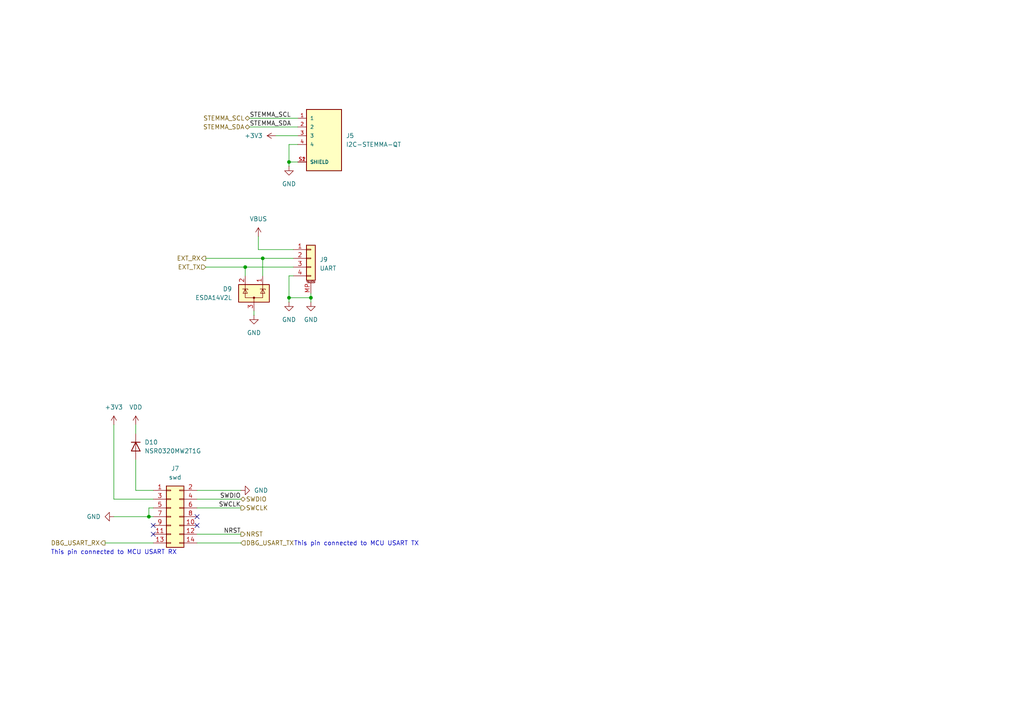
<source format=kicad_sch>
(kicad_sch (version 20250114) (generator "eeschema") (generator_version "9.0")
  (paper "A4")
  (lib_symbols
    (symbol "Connector_Generic:Conn_02x07_Odd_Even" (pin_names (offset 1.016) (hide yes))
      (property "Reference" "J" (at 1.27 10.16 0))
      (property "Value" "Conn_02x07_Odd_Even" (at 1.27 -10.16 0))
      (symbol "Conn_02x07_Odd_Even_1_1"
        (rectangle (start -1.27 8.89) (end 3.81 -8.89) (stroke (width 0.254)) (fill (type background)))
        (rectangle (start -1.27 7.747) (end 0 7.493) (stroke (width 0.1524)))
        (rectangle (start -1.27 5.207) (end 0 4.953) (stroke (width 0.1524)))
        (rectangle (start -1.27 2.667) (end 0 2.413) (stroke (width 0.1524)))
        (rectangle (start -1.27 0.127) (end 0 -0.127) (stroke (width 0.1524)))
        (rectangle (start -1.27 -2.413) (end 0 -2.667) (stroke (width 0.1524)))
        (rectangle (start -1.27 -4.953) (end 0 -5.207) (stroke (width 0.1524)))
        (rectangle (start -1.27 -7.493) (end 0 -7.747) (stroke (width 0.1524)))
        (rectangle (start 3.81 7.747) (end 2.54 7.493) (stroke (width 0.1524)))
        (rectangle (start 3.81 5.207) (end 2.54 4.953) (stroke (width 0.1524)))
        (rectangle (start 3.81 2.667) (end 2.54 2.413) (stroke (width 0.1524)))
        (rectangle (start 3.81 0.127) (end 2.54 -0.127) (stroke (width 0.1524)))
        (rectangle (start 3.81 -2.413) (end 2.54 -2.667) (stroke (width 0.1524)))
        (rectangle (start 3.81 -4.953) (end 2.54 -5.207) (stroke (width 0.1524)))
        (rectangle (start 3.81 -7.493) (end 2.54 -7.747) (stroke (width 0.1524)))
        (pin passive line (at -5.08 7.62 0) (length 3.81) (name "Pin_1") (number "1"))
        (pin passive line (at -5.08 5.08 0) (length 3.81) (name "Pin_3") (number "3"))
        (pin passive line (at -5.08 2.54 0) (length 3.81) (name "Pin_5") (number "5"))
        (pin passive line (at -5.08 0 0) (length 3.81) (name "Pin_7") (number "7"))
        (pin passive line (at -5.08 -2.54 0) (length 3.81) (name "Pin_9") (number "9"))
        (pin passive line (at -5.08 -5.08 0) (length 3.81) (name "Pin_11") (number "11"))
        (pin passive line (at -5.08 -7.62 0) (length 3.81) (name "Pin_13") (number "13"))
        (pin passive line (at 7.62 7.62 180) (length 3.81) (name "Pin_2") (number "2"))
        (pin passive line (at 7.62 5.08 180) (length 3.81) (name "Pin_4") (number "4"))
        (pin passive line (at 7.62 2.54 180) (length 3.81) (name "Pin_6") (number "6"))
        (pin passive line (at 7.62 0 180) (length 3.81) (name "Pin_8") (number "8"))
        (pin passive line (at 7.62 -2.54 180) (length 3.81) (name "Pin_10") (number "10"))
        (pin passive line (at 7.62 -5.08 180) (length 3.81) (name "Pin_12") (number "12"))
        (pin passive line (at 7.62 -7.62 180) (length 3.81) (name "Pin_14") (number "14"))
      )
    )
    (symbol "Connector_Generic_MountingPin:Conn_01x04_MountingPin" (pin_names (offset 1.016) (hide yes))
      (property "Reference" "J" (at 0 5.08 0))
      (property "Value" "Conn_01x04_MountingPin" (at 1.27 -7.62 0))
      (symbol "Conn_01x04_MountingPin_1_1"
        (rectangle (start -1.27 3.81) (end 1.27 -6.35) (stroke (width 0.254)) (fill (type background)))
        (rectangle (start -1.27 2.667) (end 0 2.413) (stroke (width 0.1524)))
        (rectangle (start -1.27 0.127) (end 0 -0.127) (stroke (width 0.1524)))
        (rectangle (start -1.27 -2.413) (end 0 -2.667) (stroke (width 0.1524)))
        (rectangle (start -1.27 -4.953) (end 0 -5.207) (stroke (width 0.1524)))
        (polyline (pts (xy -1.016 -7.112) (xy 1.016 -7.112)) (stroke (width 0.1524)))
        (text "Mounting" (at 0 -6.731 0) (effects (font (size 0.381 0.381))))
        (pin passive line (at -5.08 2.54 0) (length 3.81) (name "Pin_1") (number "1"))
        (pin passive line (at -5.08 0 0) (length 3.81) (name "Pin_2") (number "2"))
        (pin passive line (at -5.08 -2.54 0) (length 3.81) (name "Pin_3") (number "3"))
        (pin passive line (at -5.08 -5.08 0) (length 3.81) (name "Pin_4") (number "4"))
        (pin passive line (at 0 -10.16 90) (length 3.048) (name "MountPin") (number "MP"))
      )
    )
    (symbol "Device:D" (pin_numbers (hide yes)) (pin_names (offset 1.016) (hide yes))
      (property "Reference" "D" (at 0 2.54 0))
      (property "Value" "D" (at 0 -2.54 0))
      (symbol "D_0_1"
        (polyline (pts (xy -1.27 1.27) (xy -1.27 -1.27)) (stroke (width 0.254)))
        (polyline (pts (xy 1.27 1.27) (xy 1.27 -1.27) (xy -1.27 0) (xy 1.27 1.27)) (stroke (width 0.254)))
        (polyline (pts (xy 1.27 0) (xy -1.27 0)))
      )
      (symbol "D_1_1"
        (pin passive line (at -3.81 0 0) (length 2.54) (name "K") (number "1"))
        (pin passive line (at 3.81 0 180) (length 2.54) (name "A") (number "2"))
      )
    )
    (symbol "GND_1" (power) (pin_numbers (hide yes)) (pin_names (offset 0) (hide yes))
      (property "Value" "GND" (at 0 -3.81 0))
      (symbol "GND_1_0_1"
        (polyline (pts (xy 0 0) (xy 0 -1.27) (xy 1.27 -1.27) (xy 0 -2.54) (xy -1.27 -1.27) (xy 0 -1.27)))
      )
      (symbol "GND_1_1_1"
        (pin power_in line (at 0 0 270) (length 0) (name "~") (number "1"))
      )
    )
    (symbol "GND_2" (power) (pin_numbers (hide yes)) (pin_names (offset 0) (hide yes))
      (property "Value" "GND" (at 0 -3.81 0))
      (symbol "GND_2_0_1"
        (polyline (pts (xy 0 0) (xy 0 -1.27) (xy 1.27 -1.27) (xy 0 -2.54) (xy -1.27 -1.27) (xy 0 -1.27)))
      )
      (symbol "GND_2_1_1"
        (pin power_in line (at 0 0 270) (length 0) (name "~") (number "1"))
      )
    )
    (symbol "GND_3" (power) (pin_numbers (hide yes)) (pin_names (offset 0) (hide yes))
      (property "Value" "GND" (at 0 -3.81 0))
      (symbol "GND_3_0_1"
        (polyline (pts (xy 0 0) (xy 0 -1.27) (xy 1.27 -1.27) (xy 0 -2.54) (xy -1.27 -1.27) (xy 0 -1.27)))
      )
      (symbol "GND_3_1_1"
        (pin power_in line (at 0 0 270) (length 0) (name "~") (number "1"))
      )
    )
    (symbol "Power_Protection:SP0502BAHT" (pin_names (hide yes))
      (property "Reference" "D" (at 5.715 2.54 0))
      (property "Value" "SP0502BAHT" (at 5.715 0.635 0))
      (symbol "SP0502BAHT_0_0"
        (pin passive line (at 0 -5.08 90) (length 2.54) (name "A") (number "3"))
      )
      (symbol "SP0502BAHT_0_1"
        (rectangle (start -4.445 2.54) (end 4.445 -2.54) (stroke (width 0.254)) (fill (type background)))
        (polyline (pts (xy -3.302 1.016) (xy -3.302 1.27) (xy -1.905 1.27) (xy -1.778 1.27)))
        (polyline (pts (xy -2.54 2.54) (xy -2.54 1.27)))
        (polyline (pts (xy -2.54 1.27) (xy -2.54 -1.27) (xy 2.54 -1.27) (xy 2.54 1.27)))
        (polyline (pts (xy -2.54 1.27) (xy -1.905 0) (xy -3.175 0) (xy -2.54 1.27)))
        (polyline (pts (xy 0 -1.27) (xy 0 -2.54)))
        (circle (center 0 -1.27) (radius 0.254) (fill (type outline)))
        (polyline (pts (xy 1.778 1.016) (xy 1.778 1.27) (xy 3.175 1.27) (xy 3.302 1.27)))
        (polyline (pts (xy 2.54 2.54) (xy 2.54 1.27)))
        (polyline (pts (xy 2.54 1.27) (xy 1.905 0) (xy 3.175 0) (xy 2.54 1.27)))
      )
      (symbol "SP0502BAHT_1_1"
        (pin passive line (at -2.54 5.08 270) (length 2.54) (name "K") (number "1"))
        (pin passive line (at 2.54 5.08 270) (length 2.54) (name "K") (number "2"))
      )
    )
    (symbol "SM04B-SRSS-TB_LF__SN_:SM04B-SRSS-TB_LF__SN_" (pin_names (offset 1.016))
      (property "Reference" "J" (at -5.0831 8.1433 0))
      (property "Value" "SM04B-SRSS-TB_LF__SN_" (at -5.0835 -11.9557 0))
      (symbol "SM04B-SRSS-TB_LF__SN__0_0"
        (rectangle (start -5.08 -10.16) (end 5.08 7.62) (stroke (width 0.254)) (fill (type background)))
        (pin passive line (at -7.62 5.08 0) (length 2.54) (name "1") (number "1"))
        (pin passive line (at -7.62 2.54 0) (length 2.54) (name "2") (number "2"))
        (pin passive line (at -7.62 0 0) (length 2.54) (name "3") (number "3"))
        (pin passive line (at -7.62 -2.54 0) (length 2.54) (name "4") (number "4"))
        (pin passive line (at -7.62 -7.62 0) (length 2.54) (name "SHIELD") (number "S1"))
        (pin passive line (at -7.62 -7.62 0) (length 2.54) (name "SHIELD") (number "S2"))
      )
    )
    (symbol "power:+3V3" (power) (pin_numbers (hide yes)) (pin_names (offset 0) (hide yes))
      (property "Value" "+3V3" (at 0 3.556 0))
      (symbol "+3V3_0_1"
        (polyline (pts (xy -0.762 1.27) (xy 0 2.54)))
        (polyline (pts (xy 0 2.54) (xy 0.762 1.27)))
        (polyline (pts (xy 0 0) (xy 0 2.54)))
      )
      (symbol "+3V3_1_1"
        (pin power_in line (at 0 0 90) (length 0) (name "~") (number "1"))
      )
    )
    (symbol "power:GND" (power) (pin_names (offset 0))
      (property "Value" "GND" (at 0 -3.81 0))
      (symbol "GND_0_1"
        (polyline (pts (xy 0 0) (xy 0 -1.27) (xy 1.27 -1.27) (xy 0 -2.54) (xy -1.27 -1.27) (xy 0 -1.27)))
      )
      (symbol "GND_1_1"
        (pin power_in line (at 0 0 270) (length 0) (hide yes) (name "GND") (number "1"))
      )
    )
    (symbol "power:VBUS" (power) (pin_numbers (hide yes)) (pin_names (offset 0) (hide yes))
      (property "Value" "VBUS" (at 0 3.556 0))
      (symbol "VBUS_0_1"
        (polyline (pts (xy -0.762 1.27) (xy 0 2.54)))
        (polyline (pts (xy 0 2.54) (xy 0.762 1.27)))
        (polyline (pts (xy 0 0) (xy 0 2.54)))
      )
      (symbol "VBUS_1_1"
        (pin power_in line (at 0 0 90) (length 0) (name "~") (number "1"))
      )
    )
    (symbol "power:VDD" (power) (pin_numbers (hide yes)) (pin_names (offset 0) (hide yes))
      (property "Value" "VDD" (at 0 3.556 0))
      (symbol "VDD_0_1"
        (polyline (pts (xy -0.762 1.27) (xy 0 2.54)))
        (polyline (pts (xy 0 2.54) (xy 0.762 1.27)))
        (polyline (pts (xy 0 0) (xy 0 2.54)))
      )
      (symbol "VDD_1_1"
        (pin power_in line (at 0 0 90) (length 0) (name "~") (number "1"))
      )
    )
  )
  (text "This pin connected to MCU USART RX" (at 33.02 160.274 0) (effects (font (size 1.27 1.27))))
  (text "This pin connected to MCU USART TX" (at 103.378 157.734 0) (effects (font (size 1.27 1.27))))
  (junction (at 43.18 149.86))
  (junction (at 71.12 77.47))
  (junction (at 83.82 46.99))
  (junction (at 83.82 86.36))
  (junction (at 90.17 86.36))
  (junction (at 76.2 74.93))
  (no_connect (at 57.15 152.4))
  (no_connect (at 57.15 149.86))
  (no_connect (at 44.45 152.4))
  (no_connect (at 44.45 154.94))
  (wire (pts (xy 59.69 74.93) (xy 76.2 74.93)))
  (wire (pts (xy 57.15 157.48) (xy 69.85 157.48)))
  (wire (pts (xy 39.37 142.24) (xy 44.45 142.24)))
  (wire (pts (xy 90.17 86.36) (xy 90.17 85.09)))
  (wire (pts (xy 74.93 68.58) (xy 74.93 72.39)))
  (wire (pts (xy 39.37 123.19) (xy 39.37 125.73)))
  (wire (pts (xy 83.82 41.91) (xy 83.82 46.99)))
  (wire (pts (xy 44.45 147.32) (xy 43.18 147.32)))
  (wire (pts (xy 72.39 36.83) (xy 86.36 36.83)))
  (wire (pts (xy 83.82 80.01) (xy 83.82 86.36)))
  (wire (pts (xy 83.82 86.36) (xy 90.17 86.36)))
  (wire (pts (xy 86.36 41.91) (xy 83.82 41.91)))
  (wire (pts (xy 71.12 77.47) (xy 71.12 80.01)))
  (wire (pts (xy 76.2 74.93) (xy 76.2 80.01)))
  (wire (pts (xy 33.02 123.19) (xy 33.02 144.78)))
  (wire (pts (xy 74.93 72.39) (xy 85.09 72.39)))
  (wire (pts (xy 90.17 87.63) (xy 90.17 86.36)))
  (wire (pts (xy 83.82 86.36) (xy 83.82 87.63)))
  (wire (pts (xy 57.15 144.78) (xy 69.85 144.78)))
  (wire (pts (xy 76.2 74.93) (xy 85.09 74.93)))
  (wire (pts (xy 85.09 80.01) (xy 83.82 80.01)))
  (wire (pts (xy 57.15 154.94) (xy 69.85 154.94)))
  (wire (pts (xy 33.02 149.86) (xy 43.18 149.86)))
  (wire (pts (xy 33.02 144.78) (xy 44.45 144.78)))
  (wire (pts (xy 71.12 77.47) (xy 85.09 77.47)))
  (wire (pts (xy 30.48 157.48) (xy 44.45 157.48)))
  (wire (pts (xy 39.37 133.35) (xy 39.37 142.24)))
  (wire (pts (xy 73.66 91.44) (xy 73.66 90.17)))
  (wire (pts (xy 72.39 34.29) (xy 86.36 34.29)))
  (wire (pts (xy 57.15 142.24) (xy 69.85 142.24)))
  (wire (pts (xy 59.69 77.47) (xy 71.12 77.47)))
  (wire (pts (xy 80.01 39.37) (xy 86.36 39.37)))
  (wire (pts (xy 83.82 46.99) (xy 83.82 48.26)))
  (wire (pts (xy 57.15 147.32) (xy 69.85 147.32)))
  (wire (pts (xy 83.82 46.99) (xy 86.36 46.99)))
  (wire (pts (xy 43.18 147.32) (xy 43.18 149.86)))
  (wire (pts (xy 43.18 149.86) (xy 44.45 149.86)))
  (label "SWCLK" (at 69.85 147.32 180))
  (label "STEMMA_SCL" (at 72.39 34.29 0))
  (label "SWDIO" (at 69.85 144.78 180))
  (label "NRST" (at 69.85 154.94 180))
  (label "STEMMA_SDA" (at 72.39 36.83 0))
  (hierarchical_label "EXT_TX" (shape input) (at 59.69 77.47 180))
  (hierarchical_label "STEMMA_SCL" (shape bidirectional) (at 72.39 34.29 180))
  (hierarchical_label "SWDIO" (shape bidirectional) (at 69.85 144.78 0))
  (hierarchical_label "DBG_USART_RX" (shape output) (at 30.48 157.48 180))
  (hierarchical_label "SWCLK" (shape output) (at 69.85 147.32 0))
  (hierarchical_label "DBG_USART_TX" (shape input) (at 69.85 157.48 0))
  (hierarchical_label "EXT_RX" (shape output) (at 59.69 74.93 180))
  (hierarchical_label "STEMMA_SDA" (shape bidirectional) (at 72.39 36.83 180))
  (hierarchical_label "NRST" (shape output) (at 69.85 154.94 0))
  (symbol (lib_name "GND_2") (lib_id "power:GND") (at 83.82 48.26 0) (unit 1)
    (property "Reference" "#PWR0110" (effects (hide yes)))
    (property "Value" "GND" (at 83.82 53.34 0))
    (property "Description" "Power symbol creates a global label with name \"GND\" , ground" (effects (hide yes)))
  )
  (symbol (lib_name "GND_1") (lib_id "power:GND") (at 83.82 87.63 0) (unit 1)
    (property "Reference" "#PWR0107" (effects (hide yes)))
    (property "Value" "GND" (at 83.82 92.71 0))
    (property "Description" "Power symbol creates a global label with name \"GND\" , ground" (effects (hide yes)))
  )
  (symbol (lib_name "GND_1") (lib_id "power:GND") (at 73.66 91.44 0) (unit 1)
    (property "Reference" "#PWR0108" (effects (hide yes)))
    (property "Value" "GND" (at 73.66 96.52 0))
    (property "Description" "Power symbol creates a global label with name \"GND\" , ground" (effects (hide yes)))
  )
  (symbol (lib_id "Connector_Generic_MountingPin:Conn_01x04_MountingPin") (at 90.17 74.93 0) (unit 1)
    (property "Reference" "J9" (at 92.71 75.2855 0) (effects (justify left)))
    (property "Value" "UART" (at 92.71 77.8255 0) (effects (justify left)))
    (property "Footprint" "Connector_Hirose:Hirose_DF13C_CL535-0404-8-51_1x04-1MP_P1.25mm_Vertical" (effects (hide yes)))
    (property "Description" "Generic connectable mounting pin connector, single row, 01x04, script generated (kicad-library-utils/schlib/autogen/connector/)" (effects (hide yes)))
    (property "JLCPCB Part #" "C7430470" (effects (hide yes)))
  )
  (symbol (lib_id "power:GND") (at 90.17 87.63 0) (unit 1)
    (property "Reference" "#PWR068" (effects (hide yes)))
    (property "Value" "GND" (at 90.17 92.71 0))
    (property "Description" "Power symbol creates a global label with name \"GND\" , ground" (effects (hide yes)))
  )
  (symbol (lib_id "power:+3V3") (at 33.02 123.19 0) (unit 1)
    (property "Reference" "#PWR0115" (effects (hide yes)))
    (property "Value" "+3V3" (at 33.02 118.11 0))
    (property "Description" "Power symbol creates a global label with name \"+3V3\"" (effects (hide yes)))
  )
  (symbol (lib_id "power:VDD") (at 39.37 123.19 0) (unit 1)
    (property "Reference" "#PWR0114" (effects (hide yes)))
    (property "Value" "VDD" (at 39.37 118.11 0))
    (property "Description" "Power symbol creates a global label with name \"VDD\"" (effects (hide yes)))
  )
  (symbol (lib_id "SM04B-SRSS-TB_LF__SN_:SM04B-SRSS-TB_LF__SN_") (at 93.98 39.37 0) (unit 1)
    (property "Reference" "J5" (at 100.33 39.3699 0) (effects (justify left)))
    (property "Value" "I2C-STEMMA-QT" (at 100.33 41.9099 0) (effects (justify left)))
    (property "Footprint" "SM04B-SRSS-TB_LF__SN_:JST_SM04B-SRSS-TB_LF__SN_" (effects (hide yes)))
    (property "MF" "JST Sales" (effects (hide yes)))
    (property "Description_1" "\nConnector Header Surface Mount, Right Angle 4 position 0.039 (1.00mm)\n" (effects (hide yes)))
    (property "Package" "None" (effects (hide yes)))
    (property "Price" "None" (effects (hide yes)))
    (property "Check_prices" "https://www.snapeda.com/parts/SM04B-SRSS-TB(LF)(SN)/JST+Sales+America+Inc./view-part/?ref=eda" (effects (hide yes)))
    (property "STANDARD" "Manufacturer recommendations" (effects (hide yes)))
    (property "SnapEDA_Link" "https://www.snapeda.com/parts/SM04B-SRSS-TB(LF)(SN)/JST+Sales+America+Inc./view-part/?ref=snap" (effects (hide yes)))
    (property "MP" "SM04B-SRSS-TB(LF)(SN)" (effects (hide yes)))
    (property "Availability" "In Stock" (effects (hide yes)))
    (property "MANUFACTURER" "JST" (effects (hide yes)))
    (property "JLCPCB Part #" "C160404" (effects (hide yes)))
  )
  (symbol (lib_id "power:+3V3") (at 80.01 39.37 90) (unit 1)
    (property "Reference" "#PWR0109" (effects (hide yes)))
    (property "Value" "+3V3" (at 76.2 39.3699 90) (effects (justify left)))
    (property "Description" "Power symbol creates a global label with name \"+3V3\"" (effects (hide yes)))
  )
  (symbol (lib_id "Connector_Generic:Conn_02x07_Odd_Even") (at 49.53 149.86 0) (unit 1)
    (property "Reference" "J7" (at 50.8 135.89 0))
    (property "Value" "swd" (at 50.8 138.43 0))
    (property "Footprint" "Connector_PinHeader_1.27mm:PinHeader_2x07_P1.27mm_Vertical_SMD" (effects (hide yes)))
    (property "Description" "Generic connector, double row, 02x07, odd/even pin numbering scheme (row 1 odd numbers, row 2 even numbers), script generated (kicad-library-utils/schlib/autogen/connector/)" (effects (hide yes)))
    (property "JLCPCB Part #" "C2881912" (effects (hide yes)))
  )
  (symbol (lib_id "Device:D") (at 39.37 129.54 270) (unit 1)
    (property "Reference" "D10" (at 41.91 128.2699 90) (effects (justify left)))
    (property "Value" "NSR0320MW2T1G" (at 41.91 130.8099 90) (effects (justify left)))
    (property "Footprint" "Diode_SMD:D_SOD-323" (effects (hide yes)))
    (property "Description" "Diode" (effects (hide yes)))
    (property "Sim.Device" "D" (effects (hide yes)))
    (property "Sim.Pins" "1=K 2=A" (effects (hide yes)))
    (property "JLCPCB Part #" "C48192" (effects (hide yes)))
  )
  (symbol (lib_name "GND_3") (lib_id "power:GND") (at 69.85 142.24 90) (mirror x) (unit 1)
    (property "Reference" "#PWR0117" (effects (hide yes)))
    (property "Value" "GND" (at 73.66 142.2399 90) (effects (justify right)))
    (property "Description" "Power symbol creates a global label with name \"GND\" , ground" (effects (hide yes)))
  )
  (symbol (lib_name "GND_3") (lib_id "power:GND") (at 33.02 149.86 270) (unit 1)
    (property "Reference" "#PWR0116" (effects (hide yes)))
    (property "Value" "GND" (at 29.21 149.8599 90) (effects (justify right)))
    (property "Description" "Power symbol creates a global label with name \"GND\" , ground" (effects (hide yes)))
  )
  (symbol (lib_id "Power_Protection:SP0502BAHT") (at 73.66 85.09 0) (mirror y) (unit 1)
    (property "Reference" "D9" (at 67.31 83.8199 0) (effects (justify left)))
    (property "Value" "ESDA14V2L" (at 67.31 86.3599 0) (effects (justify left)))
    (property "Footprint" "Package_TO_SOT_SMD:SOT-23" (effects (hide yes)))
    (property "Datasheet" "http://www.littelfuse.com/~/media/files/littelfuse/technical%20resources/documents/data%20sheets/sp05xxba.pdf" (effects (hide yes)))
    (property "Description" "TVS Diode Array, 5.5V Standoff, 2 Channels, SOT-23 package" (effects (hide yes)))
    (property "JLCPCB Part #" "C2682282" (effects (hide yes)))
  )
  (symbol (lib_id "power:VBUS") (at 74.93 68.58 0) (unit 1)
    (property "Reference" "#PWR07" (effects (hide yes)))
    (property "Value" "VBUS" (at 74.93 63.5 0))
    (property "Description" "Power symbol creates a global label with name \"VBUS\"" (effects (hide yes)))
  )
)
</source>
